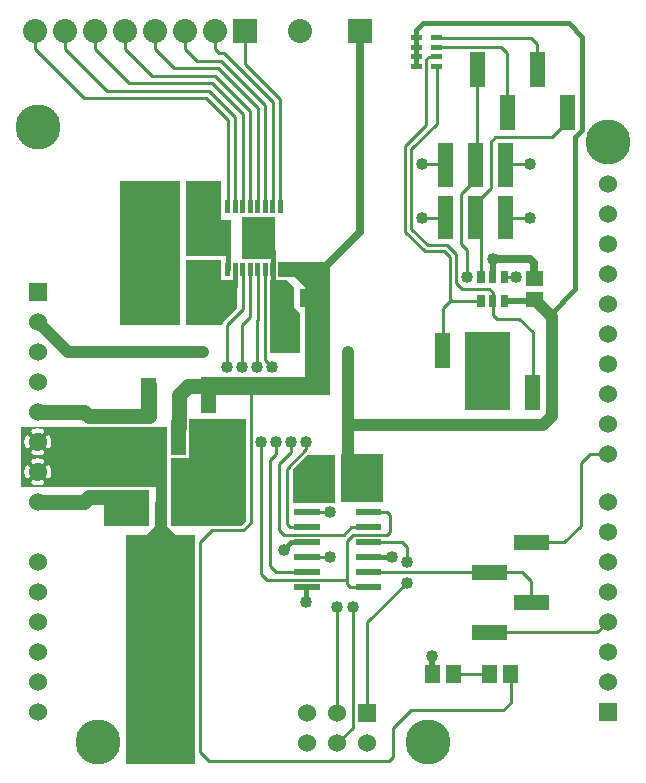
<source format=gbr>
G04 start of page 2 for group 0 idx 0 *
G04 Title: (unknown), component *
G04 Creator: pcb 20140316 *
G04 CreationDate: Thu 27 Apr 2017 04:43:42 AM GMT UTC *
G04 For: railfan *
G04 Format: Gerber/RS-274X *
G04 PCB-Dimensions (mil): 2100.00 2700.00 *
G04 PCB-Coordinate-Origin: lower left *
%MOIN*%
%FSLAX25Y25*%
%LNTOP*%
%ADD34C,0.0480*%
%ADD33C,0.1285*%
%ADD32C,0.0380*%
%ADD31R,0.0240X0.0240*%
%ADD30R,0.0200X0.0200*%
%ADD29R,0.0150X0.0150*%
%ADD28R,0.0165X0.0165*%
%ADD27R,0.0490X0.0490*%
%ADD26R,0.0945X0.0945*%
%ADD25R,0.0378X0.0378*%
%ADD24R,0.0512X0.0512*%
%ADD23R,0.0167X0.0167*%
%ADD22R,0.0500X0.0500*%
%ADD21C,0.0800*%
%ADD20C,0.1500*%
%ADD19C,0.0600*%
%ADD18C,0.0250*%
%ADD17C,0.0350*%
%ADD16C,0.0400*%
%ADD15C,0.0500*%
%ADD14C,0.0150*%
%ADD13C,0.0200*%
%ADD12C,0.0100*%
%ADD11C,0.0001*%
G54D11*G36*
X99000Y125500D02*Y170000D01*
X107500D01*
Y125500D01*
X99000D01*
G37*
G36*
X152500Y120500D02*Y146500D01*
X167500D01*
Y120500D01*
X152500D01*
G37*
G36*
X13613Y115000D02*X26863D01*
X27000Y114989D01*
X27137Y115000D01*
X31707D01*
X31738Y114987D01*
X31891Y114950D01*
X32048Y114941D01*
X38109Y114950D01*
X38262Y114987D01*
X38293Y115000D01*
X46863D01*
X47000Y114989D01*
X47137Y115000D01*
X53000D01*
Y95000D01*
X13613D01*
Y97853D01*
X13656Y97860D01*
X13768Y97897D01*
X13873Y97952D01*
X13968Y98022D01*
X14051Y98106D01*
X14119Y98202D01*
X14170Y98308D01*
X14318Y98716D01*
X14422Y99137D01*
X14484Y99567D01*
X14505Y100000D01*
X14484Y100433D01*
X14422Y100863D01*
X14318Y101284D01*
X14175Y101694D01*
X14122Y101800D01*
X14053Y101896D01*
X13970Y101981D01*
X13875Y102051D01*
X13769Y102106D01*
X13657Y102143D01*
X13613Y102151D01*
Y107853D01*
X13656Y107860D01*
X13768Y107897D01*
X13873Y107952D01*
X13968Y108022D01*
X14051Y108106D01*
X14119Y108202D01*
X14170Y108308D01*
X14318Y108716D01*
X14422Y109137D01*
X14484Y109567D01*
X14505Y110000D01*
X14484Y110433D01*
X14422Y110863D01*
X14318Y111284D01*
X14175Y111694D01*
X14122Y111800D01*
X14053Y111896D01*
X13970Y111981D01*
X13875Y112051D01*
X13769Y112106D01*
X13657Y112143D01*
X13613Y112151D01*
Y115000D01*
G37*
G36*
X10002D02*X13613D01*
Y112151D01*
X13540Y112163D01*
X13421Y112164D01*
X13304Y112146D01*
X13191Y112110D01*
X13085Y112057D01*
X12988Y111988D01*
X12904Y111905D01*
X12833Y111809D01*
X12779Y111704D01*
X12741Y111592D01*
X12722Y111475D01*
X12721Y111356D01*
X12739Y111239D01*
X12777Y111126D01*
X12876Y110855D01*
X12944Y110575D01*
X12986Y110289D01*
X13000Y110000D01*
X12986Y109711D01*
X12944Y109425D01*
X12876Y109145D01*
X12780Y108872D01*
X12742Y108761D01*
X12725Y108644D01*
X12725Y108526D01*
X12745Y108409D01*
X12782Y108297D01*
X12836Y108193D01*
X12906Y108098D01*
X12991Y108015D01*
X13087Y107946D01*
X13192Y107893D01*
X13305Y107857D01*
X13421Y107840D01*
X13539Y107841D01*
X13613Y107853D01*
Y102151D01*
X13540Y102163D01*
X13421Y102164D01*
X13304Y102146D01*
X13191Y102110D01*
X13085Y102057D01*
X12988Y101988D01*
X12904Y101905D01*
X12833Y101809D01*
X12779Y101704D01*
X12741Y101592D01*
X12722Y101475D01*
X12721Y101356D01*
X12739Y101239D01*
X12777Y101126D01*
X12876Y100855D01*
X12944Y100575D01*
X12986Y100289D01*
X13000Y100000D01*
X12986Y99711D01*
X12944Y99425D01*
X12876Y99145D01*
X12780Y98872D01*
X12742Y98761D01*
X12725Y98644D01*
X12725Y98526D01*
X12745Y98409D01*
X12782Y98297D01*
X12836Y98193D01*
X12906Y98098D01*
X12991Y98015D01*
X13087Y97946D01*
X13192Y97893D01*
X13305Y97857D01*
X13421Y97840D01*
X13539Y97841D01*
X13613Y97853D01*
Y95000D01*
X10002D01*
Y95495D01*
X10433Y95516D01*
X10863Y95578D01*
X11284Y95682D01*
X11694Y95825D01*
X11800Y95878D01*
X11896Y95947D01*
X11981Y96030D01*
X12051Y96125D01*
X12106Y96231D01*
X12143Y96343D01*
X12163Y96460D01*
X12164Y96579D01*
X12146Y96696D01*
X12110Y96809D01*
X12057Y96915D01*
X11988Y97012D01*
X11905Y97096D01*
X11809Y97167D01*
X11704Y97221D01*
X11592Y97259D01*
X11475Y97278D01*
X11356Y97279D01*
X11239Y97261D01*
X11126Y97223D01*
X10855Y97124D01*
X10575Y97056D01*
X10289Y97014D01*
X10002Y97000D01*
Y103000D01*
X10289Y102986D01*
X10575Y102944D01*
X10855Y102876D01*
X11128Y102780D01*
X11239Y102742D01*
X11356Y102725D01*
X11474Y102725D01*
X11591Y102745D01*
X11703Y102782D01*
X11807Y102836D01*
X11902Y102906D01*
X11985Y102991D01*
X12054Y103087D01*
X12107Y103192D01*
X12143Y103305D01*
X12160Y103421D01*
X12159Y103539D01*
X12140Y103656D01*
X12103Y103768D01*
X12048Y103873D01*
X11978Y103968D01*
X11894Y104051D01*
X11798Y104119D01*
X11692Y104170D01*
X11284Y104318D01*
X10863Y104422D01*
X10433Y104484D01*
X10002Y104505D01*
Y105495D01*
X10433Y105516D01*
X10863Y105578D01*
X11284Y105682D01*
X11694Y105825D01*
X11800Y105878D01*
X11896Y105947D01*
X11981Y106030D01*
X12051Y106125D01*
X12106Y106231D01*
X12143Y106343D01*
X12163Y106460D01*
X12164Y106579D01*
X12146Y106696D01*
X12110Y106809D01*
X12057Y106915D01*
X11988Y107012D01*
X11905Y107096D01*
X11809Y107167D01*
X11704Y107221D01*
X11592Y107259D01*
X11475Y107278D01*
X11356Y107279D01*
X11239Y107261D01*
X11126Y107223D01*
X10855Y107124D01*
X10575Y107056D01*
X10289Y107014D01*
X10002Y107000D01*
Y113000D01*
X10289Y112986D01*
X10575Y112944D01*
X10855Y112876D01*
X11128Y112780D01*
X11239Y112742D01*
X11356Y112725D01*
X11474Y112725D01*
X11591Y112745D01*
X11703Y112782D01*
X11807Y112836D01*
X11902Y112906D01*
X11985Y112991D01*
X12054Y113087D01*
X12107Y113192D01*
X12143Y113305D01*
X12160Y113421D01*
X12159Y113539D01*
X12140Y113656D01*
X12103Y113768D01*
X12048Y113873D01*
X11978Y113968D01*
X11894Y114051D01*
X11798Y114119D01*
X11692Y114170D01*
X11284Y114318D01*
X10863Y114422D01*
X10433Y114484D01*
X10002Y114505D01*
Y115000D01*
G37*
G36*
X6387D02*X10002D01*
Y114505D01*
X10000Y114505D01*
X9567Y114484D01*
X9137Y114422D01*
X8716Y114318D01*
X8306Y114175D01*
X8200Y114122D01*
X8104Y114053D01*
X8019Y113970D01*
X7949Y113875D01*
X7894Y113769D01*
X7857Y113657D01*
X7837Y113540D01*
X7836Y113421D01*
X7854Y113304D01*
X7890Y113191D01*
X7943Y113085D01*
X8012Y112988D01*
X8095Y112904D01*
X8191Y112833D01*
X8296Y112779D01*
X8408Y112741D01*
X8525Y112722D01*
X8644Y112721D01*
X8761Y112739D01*
X8874Y112777D01*
X9145Y112876D01*
X9425Y112944D01*
X9711Y112986D01*
X10000Y113000D01*
X10002Y113000D01*
Y107000D01*
X10000Y107000D01*
X9711Y107014D01*
X9425Y107056D01*
X9145Y107124D01*
X8872Y107220D01*
X8761Y107258D01*
X8644Y107275D01*
X8526Y107275D01*
X8409Y107255D01*
X8297Y107218D01*
X8193Y107164D01*
X8098Y107094D01*
X8015Y107009D01*
X7946Y106913D01*
X7893Y106808D01*
X7857Y106695D01*
X7840Y106579D01*
X7841Y106461D01*
X7860Y106344D01*
X7897Y106232D01*
X7952Y106127D01*
X8022Y106032D01*
X8106Y105949D01*
X8202Y105881D01*
X8308Y105830D01*
X8716Y105682D01*
X9137Y105578D01*
X9567Y105516D01*
X10000Y105495D01*
X10002Y105495D01*
Y104505D01*
X10000Y104505D01*
X9567Y104484D01*
X9137Y104422D01*
X8716Y104318D01*
X8306Y104175D01*
X8200Y104122D01*
X8104Y104053D01*
X8019Y103970D01*
X7949Y103875D01*
X7894Y103769D01*
X7857Y103657D01*
X7837Y103540D01*
X7836Y103421D01*
X7854Y103304D01*
X7890Y103191D01*
X7943Y103085D01*
X8012Y102988D01*
X8095Y102904D01*
X8191Y102833D01*
X8296Y102779D01*
X8408Y102741D01*
X8525Y102722D01*
X8644Y102721D01*
X8761Y102739D01*
X8874Y102777D01*
X9145Y102876D01*
X9425Y102944D01*
X9711Y102986D01*
X10000Y103000D01*
X10002Y103000D01*
Y97000D01*
X10000Y97000D01*
X9711Y97014D01*
X9425Y97056D01*
X9145Y97124D01*
X8872Y97220D01*
X8761Y97258D01*
X8644Y97275D01*
X8526Y97275D01*
X8409Y97255D01*
X8297Y97218D01*
X8193Y97164D01*
X8098Y97094D01*
X8015Y97009D01*
X7946Y96913D01*
X7893Y96808D01*
X7857Y96695D01*
X7840Y96579D01*
X7841Y96461D01*
X7860Y96344D01*
X7897Y96232D01*
X7952Y96127D01*
X8022Y96032D01*
X8106Y95949D01*
X8202Y95881D01*
X8308Y95830D01*
X8716Y95682D01*
X9137Y95578D01*
X9567Y95516D01*
X10000Y95495D01*
X10002Y95495D01*
Y95000D01*
X6387D01*
Y97849D01*
X6460Y97837D01*
X6579Y97836D01*
X6696Y97854D01*
X6809Y97890D01*
X6915Y97943D01*
X7012Y98012D01*
X7096Y98095D01*
X7167Y98191D01*
X7221Y98296D01*
X7259Y98408D01*
X7278Y98525D01*
X7279Y98644D01*
X7261Y98761D01*
X7223Y98874D01*
X7124Y99145D01*
X7056Y99425D01*
X7014Y99711D01*
X7000Y100000D01*
X7014Y100289D01*
X7056Y100575D01*
X7124Y100855D01*
X7220Y101128D01*
X7258Y101239D01*
X7275Y101356D01*
X7275Y101474D01*
X7255Y101591D01*
X7218Y101703D01*
X7164Y101807D01*
X7094Y101902D01*
X7009Y101985D01*
X6913Y102054D01*
X6808Y102107D01*
X6695Y102143D01*
X6579Y102160D01*
X6461Y102159D01*
X6387Y102147D01*
Y107849D01*
X6460Y107837D01*
X6579Y107836D01*
X6696Y107854D01*
X6809Y107890D01*
X6915Y107943D01*
X7012Y108012D01*
X7096Y108095D01*
X7167Y108191D01*
X7221Y108296D01*
X7259Y108408D01*
X7278Y108525D01*
X7279Y108644D01*
X7261Y108761D01*
X7223Y108874D01*
X7124Y109145D01*
X7056Y109425D01*
X7014Y109711D01*
X7000Y110000D01*
X7014Y110289D01*
X7056Y110575D01*
X7124Y110855D01*
X7220Y111128D01*
X7258Y111239D01*
X7275Y111356D01*
X7275Y111474D01*
X7255Y111591D01*
X7218Y111703D01*
X7164Y111807D01*
X7094Y111902D01*
X7009Y111985D01*
X6913Y112054D01*
X6808Y112107D01*
X6695Y112143D01*
X6579Y112160D01*
X6461Y112159D01*
X6387Y112147D01*
Y115000D01*
G37*
G36*
X4500D02*X6387D01*
Y112147D01*
X6344Y112140D01*
X6232Y112103D01*
X6127Y112048D01*
X6032Y111978D01*
X5949Y111894D01*
X5881Y111798D01*
X5830Y111692D01*
X5682Y111284D01*
X5578Y110863D01*
X5516Y110433D01*
X5495Y110000D01*
X5516Y109567D01*
X5578Y109137D01*
X5682Y108716D01*
X5825Y108306D01*
X5878Y108200D01*
X5947Y108104D01*
X6030Y108019D01*
X6125Y107949D01*
X6231Y107894D01*
X6343Y107857D01*
X6387Y107849D01*
Y102147D01*
X6344Y102140D01*
X6232Y102103D01*
X6127Y102048D01*
X6032Y101978D01*
X5949Y101894D01*
X5881Y101798D01*
X5830Y101692D01*
X5682Y101284D01*
X5578Y100863D01*
X5516Y100433D01*
X5495Y100000D01*
X5516Y99567D01*
X5578Y99137D01*
X5682Y98716D01*
X5825Y98306D01*
X5878Y98200D01*
X5947Y98104D01*
X6030Y98019D01*
X6125Y97949D01*
X6231Y97894D01*
X6343Y97857D01*
X6387Y97849D01*
Y95000D01*
X4500D01*
Y115000D01*
G37*
G36*
X32000Y94000D02*X47000D01*
Y82000D01*
X32000D01*
Y94000D01*
G37*
G36*
X60500Y117500D02*X79500D01*
Y83621D01*
X77879Y82000D01*
X68059D01*
X68000Y82005D01*
X67941Y82000D01*
X54500D01*
Y104587D01*
X59657Y104596D01*
X59810Y104633D01*
X59955Y104693D01*
X60090Y104776D01*
X60209Y104878D01*
X60312Y104997D01*
X60394Y105132D01*
X60454Y105277D01*
X60491Y105430D01*
X60500Y105587D01*
X60493Y114792D01*
X60500Y114914D01*
Y117500D01*
G37*
G36*
X111000Y106000D02*X125000D01*
Y90000D01*
X111000D01*
Y106000D01*
G37*
G36*
X99621Y105500D02*X109000D01*
Y89500D01*
X107618D01*
X107500Y89509D01*
X107382Y89500D01*
X95000D01*
Y100879D01*
X99621Y105500D01*
G37*
G36*
X57500Y197000D02*Y149000D01*
X37500D01*
Y197000D01*
X57500D01*
G37*
G36*
X59500Y164000D02*X76500D01*
Y154621D01*
X71981Y150102D01*
X71936Y150064D01*
X71783Y149884D01*
X71659Y149683D01*
X71569Y149465D01*
X71514Y149235D01*
X71514Y149235D01*
X71495Y149000D01*
X59500D01*
Y164000D01*
G37*
G36*
Y170500D02*X71000D01*
Y161000D01*
X59500D01*
Y170500D01*
G37*
G36*
Y197000D02*X71000D01*
Y172000D01*
X59500D01*
Y197000D01*
G37*
G36*
Y172000D02*Y184000D01*
X74500D01*
Y172000D01*
X59500D01*
G37*
G36*
X39500Y79000D02*X62500D01*
Y76559D01*
X62495Y76500D01*
X62500Y76441D01*
Y6559D01*
X62495Y6500D01*
X62500Y6441D01*
Y2500D01*
X39500D01*
Y79000D01*
G37*
G36*
X95500Y155000D02*X97500Y153000D01*
Y139500D01*
X94500D01*
Y155000D01*
X95500D01*
G37*
G36*
X103000Y125500D02*X64500D01*
Y131500D01*
X103000D01*
Y125500D01*
G37*
G36*
X87500Y164000D02*X93000D01*
X95500Y161500D01*
Y139500D01*
X87500D01*
Y164000D01*
G37*
G36*
X90043Y170000D02*X107500D01*
Y165000D01*
X90043D01*
X90066Y165093D01*
X90075Y165250D01*
X90066Y169907D01*
X90043Y170000D01*
G37*
G36*
X99000Y161500D02*X94500Y166000D01*
X100000D01*
Y161500D01*
X99000D01*
G37*
G36*
X89000Y171000D02*X78000D01*
Y185000D01*
X89000D01*
Y171000D01*
G37*
G54D12*X171500Y66500D02*X174500Y63500D01*
Y56500D01*
X160414Y46500D02*X196500D01*
X200000Y50000D01*
X160457Y32500D02*X148543D01*
X174586Y76500D02*X185500D01*
X191000Y82000D01*
Y103000D01*
X194000Y106000D01*
X200000D01*
X167543Y32500D02*Y23043D01*
X165000Y20500D01*
X134500D01*
X128500Y14500D01*
Y5000D01*
X127000Y3500D01*
G54D13*X141457Y32500D02*Y38457D01*
X141500Y38500D01*
G54D12*X127000Y3500D02*X67000D01*
X64000Y6500D01*
Y76500D01*
X99750Y71500D02*X107500D01*
X109803Y19449D02*Y55000D01*
Y9449D02*X115000Y14646D01*
Y55000D01*
X64000Y76500D02*X68000Y80500D01*
X78500D01*
X94000Y81500D02*X99750D01*
G54D14*Y76500D02*X94500D01*
X92000Y74000D01*
G54D12*X90500Y80500D02*X92000Y79000D01*
X78500Y80500D02*X81000Y83000D01*
X93000Y101000D02*Y82500D01*
X94000Y81500D01*
X89500Y106000D02*X87500Y104000D01*
X94500Y106500D02*X90500Y102500D01*
Y80500D01*
X87500Y104000D02*Y68500D01*
X84500Y110000D02*Y66000D01*
X94500Y110000D02*Y106500D01*
X120250Y61500D02*X114000D01*
X113000Y62500D01*
X87500Y68500D02*X89500Y66500D01*
X99750D01*
X84500Y66000D02*X86500Y64000D01*
X113000D01*
X171500Y66500D02*X120250D01*
G54D14*Y71500D02*X128000D01*
X99500Y56500D02*Y61500D01*
G54D12*X119803Y49803D02*X133000Y63000D01*
X92000Y79000D02*X112000D01*
X115000D02*X126500D01*
X127500Y80000D01*
X112000Y79000D02*X114500Y81500D01*
X113000Y62500D02*Y77000D01*
X115000Y79000D01*
X119803Y19449D02*Y49803D01*
X114500Y81500D02*X120250D01*
X127500Y85500D02*X126500Y86500D01*
X120250D01*
X127500Y80000D02*Y85500D01*
X133000Y70000D02*Y75000D01*
X131500Y76500D01*
X120250D01*
X99750Y86500D02*X107500D01*
G54D15*X10000Y120000D02*X25500D01*
X27000Y118500D01*
X47000D01*
G54D12*X73000Y149000D02*Y135000D01*
X78250Y154250D02*X73000Y149000D01*
X78000D02*Y135000D01*
G54D15*X47000Y118500D02*Y129086D01*
X57000Y114914D02*Y125500D01*
X60000Y128500D01*
X67000D01*
G54D16*X20000Y140000D02*X10000Y150000D01*
G54D12*X81000Y83000D02*Y129000D01*
G54D16*X65000Y140000D02*X20000D01*
G54D17*X51000Y86084D02*Y96000D01*
G54D15*X25500Y90000D02*X10000D01*
X35000Y91457D02*X26957D01*
X25500Y90000D01*
G54D12*X66000Y224500D02*X25500D01*
X67000Y227000D02*X33000D01*
X25500Y224500D02*X9000Y241000D01*
X33000Y227000D02*X19000Y241000D01*
X40500Y229500D02*X29000Y241000D01*
X48000Y232000D02*X39000Y241000D01*
X9000D02*Y247000D01*
X19000Y241000D02*Y247000D01*
X29000Y241000D02*Y247000D01*
X39000Y241000D02*Y247000D01*
X70000Y234500D02*X55500D01*
X71000Y237000D02*X63000D01*
X59000Y241000D01*
X70500Y239500D02*X69000Y241000D01*
Y247000D01*
X79000Y236000D02*Y247000D01*
X55500Y234500D02*X49000Y241000D01*
Y247000D01*
X59000Y241000D02*Y247000D01*
X165500Y165000D02*X169500D01*
G54D18*X161600Y171000D02*X174000D01*
X175500Y169500D01*
Y164543D01*
G54D13*X161600Y165000D02*Y171000D01*
G54D12*Y156800D02*Y152400D01*
X163000Y151000D01*
X153000Y174000D02*Y165000D01*
X161600Y157400D02*Y159900D01*
X160500Y161000D01*
G54D13*X165500Y156800D02*X175500D01*
G54D12*X157700D02*X147300D01*
X145000Y154500D01*
X157700Y156800D02*X148300D01*
X147500Y157600D01*
X160500Y161000D02*X151500D01*
X149500Y163000D01*
X147500Y157600D02*Y171500D01*
X149500Y163000D02*Y172500D01*
X147500Y171500D02*X145500Y173500D01*
X149500Y172500D02*X146500Y175500D01*
X145000Y154500D02*Y140586D01*
G54D14*X75750Y167500D02*Y162000D01*
X73250Y167500D02*Y175500D01*
X88250Y162000D02*Y173500D01*
G54D12*X78250Y167500D02*Y154250D01*
X85750Y137250D02*X88000Y135000D01*
X89500Y110000D02*Y106000D01*
X85750Y167500D02*Y137250D01*
X83250Y167500D02*Y150750D01*
X83000Y150500D01*
Y135000D01*
G54D18*X104500Y167000D02*X117500Y180000D01*
G54D16*X113500Y140000D02*Y102500D01*
G54D12*X99500Y110000D02*Y107500D01*
X93000Y101000D01*
X80750Y167500D02*Y151750D01*
X78000Y149000D01*
X151000Y176000D02*Y192500D01*
Y176000D02*X153000Y174000D01*
X157700Y165000D02*Y184760D01*
X156000Y189500D02*X161000Y194500D01*
Y210000D01*
X174000Y202500D02*X166000D01*
X174000Y184500D02*X166000D01*
G54D14*X189000Y160871D02*Y211500D01*
G54D12*X138000Y202500D02*X146000D01*
X138000Y184500D02*X146000D01*
X151000Y192500D02*X156000Y197500D01*
X145500Y173500D02*X139000D01*
X146500Y175500D02*X140000D01*
X134500Y181000D01*
X132500Y208500D02*Y180000D01*
X139000Y173500D02*X132500Y180000D01*
X175000Y146500D02*X170500Y151000D01*
X163000D01*
X161600Y156800D02*Y153900D01*
G54D14*X189000Y160871D02*X180543Y152414D01*
G54D16*X175500Y157457D02*X181500Y151457D01*
Y118500D02*Y151457D01*
G54D12*X175000Y146500D02*Y126414D01*
G54D16*X181500Y118500D02*X178500Y115500D01*
X113500D01*
G54D12*X73250Y188500D02*Y217250D01*
X75750Y188500D02*Y218250D01*
X78250Y188500D02*Y219250D01*
X80750Y188500D02*Y220250D01*
X83250Y188500D02*Y221250D01*
X78250Y219250D02*X68000Y229500D01*
X80750Y220250D02*X69000Y232000D01*
X73250Y217250D02*X66000Y224500D01*
X75750Y218250D02*X67000Y227000D01*
X83250Y221250D02*X70000Y234500D01*
X85750Y188500D02*Y222250D01*
X88250Y188500D02*Y223250D01*
X90750Y188500D02*Y224250D01*
X85750Y222250D02*X71000Y237000D01*
X88250Y223250D02*X72000Y239500D01*
X70500D01*
X90750Y224250D02*X79000Y236000D01*
X68000Y229500D02*X40500D01*
X69000Y232000D02*X48000D01*
G54D18*X117500Y180000D02*Y247000D01*
G54D12*X156500Y234086D02*Y202240D01*
X134500Y181000D02*Y207500D01*
X143000Y216000D01*
X139500Y215500D02*X132500Y208500D01*
G54D14*X136152Y235276D02*Y247152D01*
G54D12*X161000Y210000D02*X162500Y211500D01*
G54D14*X136152Y247152D02*X138500Y249500D01*
G54D12*X142848Y241575D02*X164425D01*
X166500Y239500D01*
X142848Y244724D02*X174276D01*
G54D14*X138500Y249500D02*X187000D01*
X191500Y245000D02*X187000Y249500D01*
G54D12*X174276Y244724D02*X176500Y242500D01*
Y234086D01*
X162500Y211500D02*X181500D01*
X186500Y216500D01*
G54D14*X189000Y211500D02*X191500Y214000D01*
Y245000D01*
G54D12*X166500Y239500D02*Y219914D01*
X142848Y238425D02*X140425D01*
X139500Y237500D01*
X143000Y216000D02*Y235276D01*
X139500Y237500D02*Y215500D01*
G54D11*G36*
X197000Y23000D02*Y17000D01*
X203000D01*
Y23000D01*
X197000D01*
G37*
G54D19*X200000Y30000D03*
Y40000D03*
Y50000D03*
Y60000D03*
Y70000D03*
G54D20*X140000Y10000D03*
G54D19*X119803Y9449D03*
X109803D03*
X99803D03*
G54D11*G36*
X116803Y22449D02*Y16449D01*
X122803D01*
Y22449D01*
X116803D01*
G37*
G54D19*X109803Y19449D03*
X99803D03*
X10000Y130000D03*
Y120000D03*
Y110000D03*
Y100000D03*
Y90000D03*
Y70000D03*
Y60000D03*
Y50000D03*
Y40000D03*
Y30000D03*
Y20000D03*
G54D20*X30000Y10000D03*
G54D19*X200000Y80000D03*
Y90000D03*
Y106000D03*
Y116000D03*
Y126000D03*
Y136000D03*
Y146000D03*
Y156000D03*
Y166000D03*
Y176000D03*
Y186000D03*
Y196000D03*
G54D20*Y210000D03*
G54D11*G36*
X7000Y163000D02*Y157000D01*
X13000D01*
Y163000D01*
X7000D01*
G37*
G54D19*X10000Y150000D03*
Y140000D03*
G54D20*Y215000D03*
G54D21*X59000Y247000D03*
X49000D03*
X39000D03*
X29000D03*
X19000D03*
X9000D03*
G54D11*G36*
X113500Y251000D02*Y243000D01*
X121500D01*
Y251000D01*
X113500D01*
G37*
G36*
X75000D02*Y243000D01*
X83000D01*
Y251000D01*
X75000D01*
G37*
G54D21*X69000Y247000D03*
X97500D03*
G54D22*X156500Y237413D02*Y230760D01*
X186500Y223240D02*Y216587D01*
X176500Y237413D02*Y230760D01*
X166500Y223240D02*Y216587D01*
G54D23*X135217Y244724D02*X137087D01*
X135217Y241575D02*X137087D01*
X135217Y238425D02*X137087D01*
X135217Y235276D02*X137087D01*
X141913D02*X143783D01*
X141913Y238425D02*X143783D01*
X141913Y241575D02*X143783D01*
X141913Y244724D02*X143783D01*
G54D24*X57543Y98393D02*Y97607D01*
G54D25*X56906Y87984D02*Y83890D01*
G54D24*X50457Y98393D02*Y97607D01*
G54D25*X51000Y87984D02*Y76174D01*
G54D26*Y74440D02*Y72550D01*
G54D11*G36*
X52885Y82005D02*X55725Y79165D01*
X54305Y77745D01*
X51465Y80585D01*
X52885Y82005D01*
G37*
G36*
X46275Y79165D02*X49115Y82005D01*
X50535Y80585D01*
X47695Y77745D01*
X46275Y79165D01*
G37*
G54D25*X45094Y87984D02*Y83890D01*
G54D24*X34607Y98543D02*X35393D01*
X34607Y91457D02*X35393D01*
X34607Y111414D02*X35393D01*
X34607Y118500D02*X35393D01*
G54D22*X47000Y128913D02*Y122260D01*
X57000Y114740D02*Y108087D01*
X77000Y114740D02*Y108087D01*
G54D24*X62043Y178893D02*Y178107D01*
X54957Y178893D02*Y178107D01*
G54D27*X63500Y194300D02*Y190700D01*
X53500Y194300D02*Y190700D01*
G54D24*X62043Y167893D02*Y167107D01*
X54957Y167893D02*Y167107D01*
G54D27*X53500Y155300D02*Y151700D01*
G54D28*X78250Y189925D02*Y187075D01*
X75750Y189925D02*Y187075D01*
X73250Y189925D02*Y187075D01*
G54D29*X78250Y189000D02*Y188000D01*
X75750Y189000D02*Y188000D01*
X73250Y189000D02*Y188000D01*
G54D28*X85750Y189925D02*Y187075D01*
X83250Y189925D02*Y187075D01*
X80750Y189925D02*Y187075D01*
G54D29*X85750Y189000D02*Y188000D01*
X83250Y189000D02*Y188000D01*
X80750Y189000D02*Y188000D01*
X73250Y168000D02*Y167000D01*
X75750Y168000D02*Y167000D01*
X78250Y168000D02*Y167000D01*
X80750Y168000D02*Y167000D01*
X83250Y168000D02*Y167000D01*
X85750Y168000D02*Y167000D01*
G54D27*X63500Y155300D02*Y151700D01*
G54D28*X90750Y189925D02*Y187075D01*
G54D29*Y189000D02*Y188000D01*
G54D28*X88250Y189925D02*Y187075D01*
G54D29*Y189000D02*Y188000D01*
G54D28*X73250Y168925D02*Y166075D01*
X75750Y168925D02*Y166075D01*
X78250Y168925D02*Y166075D01*
X80750Y168925D02*Y166075D01*
X83250Y168925D02*Y166075D01*
X85750Y168925D02*Y166075D01*
X88250Y168925D02*Y166075D01*
G54D29*Y168000D02*Y167000D01*
G54D28*X90750Y168925D02*Y166075D01*
G54D29*Y168000D02*Y167000D01*
G54D22*X67000Y128913D02*Y122260D01*
G54D30*X96500Y91500D02*X103000D01*
X96500Y86500D02*X103000D01*
X96500Y81500D02*X103000D01*
X96500Y76500D02*X103000D01*
X96500Y71500D02*X103000D01*
X117000D02*X123500D01*
X117000Y76500D02*X123500D01*
X117000Y81500D02*X123500D01*
X117000Y86500D02*X123500D01*
X117000Y91500D02*X123500D01*
G54D24*X113543Y102893D02*Y102107D01*
X106457Y102893D02*Y102107D01*
G54D22*X175000Y129740D02*Y123087D01*
X165000Y143913D02*Y137260D01*
X155000Y129740D02*Y123087D01*
G54D24*X175107Y164543D02*X175893D01*
G54D22*X171260Y56500D02*X177913D01*
X171260Y76500D02*X177913D01*
G54D24*X160457Y32893D02*Y32107D01*
X167543Y32893D02*Y32107D01*
X141457Y32893D02*Y32107D01*
X148543Y32893D02*Y32107D01*
G54D27*X101500Y145800D02*Y142200D01*
X91500Y145800D02*Y142200D01*
G54D24*X100043Y158393D02*Y157607D01*
X92957Y158393D02*Y157607D01*
G54D22*X157087Y46500D02*X163740D01*
X157087Y66500D02*X163740D01*
G54D30*X96500D02*X103000D01*
X96500Y61500D02*X103000D01*
X117000D02*X123500D01*
X117000Y66500D02*X123500D01*
G54D22*X145000Y143913D02*Y137260D01*
X146000Y189504D02*Y180016D01*
Y206984D02*Y197496D01*
G54D31*X165500Y165800D02*Y164200D01*
X161600Y165800D02*Y164200D01*
X157700Y165800D02*Y164200D01*
Y157600D02*Y156000D01*
X161600Y157600D02*Y156000D01*
X165500Y157600D02*Y156000D01*
G54D24*X175107Y157457D02*X175893D01*
G54D22*X156000Y189504D02*Y180016D01*
X166000Y189504D02*Y180016D01*
Y206984D02*Y197496D01*
X156000Y206984D02*Y197496D01*
G54D16*X160000Y133500D03*
X169500Y165000D03*
X153000D03*
X161600Y171000D03*
X138000Y202500D03*
Y184500D03*
X141500Y38500D03*
X128000Y71500D03*
X133000Y70000D03*
Y63000D03*
X174000Y202500D03*
Y184500D03*
X42000Y111000D03*
Y105000D03*
Y99000D03*
X18000Y105000D03*
X23500D03*
X29000D03*
X42500Y70000D03*
X59500D03*
X73000Y135000D03*
X83000D03*
X90000Y152000D03*
X95000D03*
X88000Y135000D03*
X78000D03*
X84500Y110000D03*
X94500D03*
X89500D03*
X65000Y140000D03*
X113500D03*
X55000Y185000D03*
Y173000D03*
Y161000D03*
X50000Y185000D03*
X45000D03*
X40000D03*
Y179000D03*
X50000Y173000D03*
X45000D03*
X40000D03*
X81000Y173500D03*
X86000D03*
X50000Y161000D03*
X45000D03*
X40000D03*
Y167000D03*
X81000Y182500D03*
X86000D03*
X81000Y178000D03*
X86000D03*
X54000Y63500D03*
X59500D03*
X48000D03*
Y5500D03*
Y10500D03*
Y15500D03*
X42500Y63500D03*
Y5500D03*
Y10500D03*
Y15500D03*
X54000Y5500D03*
X59500D03*
X54000Y10500D03*
X59500D03*
X54000Y15500D03*
X59500D03*
X100500Y101500D03*
X98000Y96500D03*
X103000D03*
X99500Y110000D03*
Y56500D03*
X92000Y74000D03*
X107500Y71500D03*
X109803Y55000D03*
X115000D03*
X107500Y86500D03*
G54D13*G54D32*G54D33*G54D32*G54D33*G54D32*G54D33*G54D32*G54D33*G54D34*M02*

</source>
